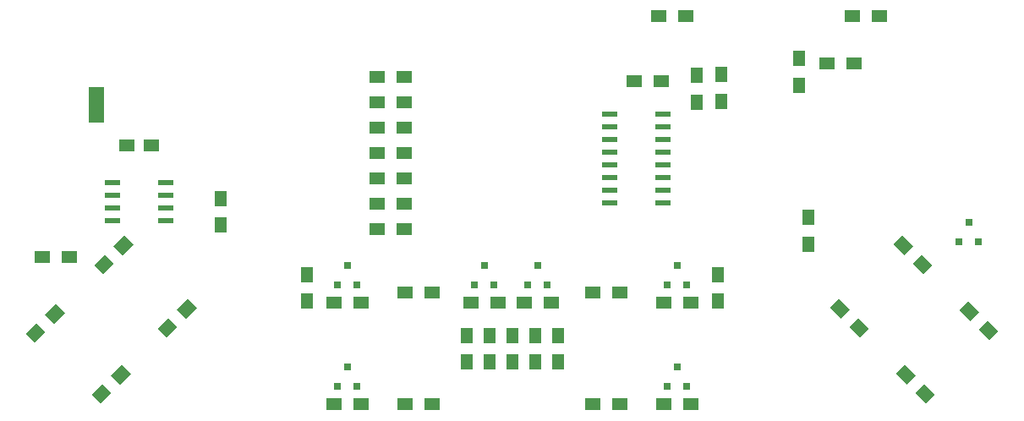
<source format=gbr>
G04 #@! TF.FileFunction,Paste,Top*
%FSLAX46Y46*%
G04 Gerber Fmt 4.6, Leading zero omitted, Abs format (unit mm)*
G04 Created by KiCad (PCBNEW 4.0.6) date 10/20/17 11:23:05*
%MOMM*%
%LPD*%
G01*
G04 APERTURE LIST*
%ADD10C,0.300000*%
%ADD11R,0.800100X0.800100*%
%ADD12R,1.500000X0.600000*%
%ADD13R,1.550000X0.600000*%
%ADD14R,1.500000X1.300000*%
%ADD15R,1.300000X1.500000*%
%ADD16R,1.500000X1.250000*%
%ADD17R,1.524000X3.524000*%
G04 APERTURE END LIST*
D10*
G36*
X183983457Y-100574695D02*
X184902695Y-99655457D01*
X185963355Y-100716117D01*
X185044117Y-101635355D01*
X183983457Y-100574695D01*
X183983457Y-100574695D01*
G37*
G36*
X185892645Y-102483883D02*
X186811883Y-101564645D01*
X187872543Y-102625305D01*
X186953305Y-103544543D01*
X185892645Y-102483883D01*
X185892645Y-102483883D01*
G37*
D11*
X141798000Y-91678760D03*
X143698000Y-91678760D03*
X142748000Y-89679780D03*
D12*
X155288000Y-74549000D03*
X155288000Y-75819000D03*
X155288000Y-77089000D03*
X155288000Y-78359000D03*
X155288000Y-79629000D03*
X155288000Y-80899000D03*
X155288000Y-82169000D03*
X155288000Y-83439000D03*
X160688000Y-83439000D03*
X160688000Y-82169000D03*
X160688000Y-80899000D03*
X160688000Y-79629000D03*
X160688000Y-78359000D03*
X160688000Y-77089000D03*
X160688000Y-75819000D03*
X160688000Y-74549000D03*
D13*
X105504000Y-81407000D03*
X105504000Y-82677000D03*
X105504000Y-83947000D03*
X105504000Y-85217000D03*
X110904000Y-85217000D03*
X110904000Y-83947000D03*
X110904000Y-82677000D03*
X110904000Y-81407000D03*
D11*
X128082000Y-91678760D03*
X129982000Y-91678760D03*
X129032000Y-89679780D03*
D14*
X134794000Y-92456000D03*
X137494000Y-92456000D03*
D15*
X124968000Y-93298000D03*
X124968000Y-90598000D03*
X116332000Y-85678000D03*
X116332000Y-82978000D03*
X147828000Y-96694000D03*
X147828000Y-99394000D03*
X145542000Y-96694000D03*
X145542000Y-99394000D03*
X143256000Y-96694000D03*
X143256000Y-99394000D03*
X174300000Y-71650000D03*
X174300000Y-68950000D03*
D14*
X130382000Y-93472000D03*
X127682000Y-93472000D03*
X144098000Y-93472000D03*
X141398000Y-93472000D03*
X149432000Y-93472000D03*
X146732000Y-93472000D03*
X163402000Y-93472000D03*
X160702000Y-93472000D03*
X132000000Y-86106000D03*
X134700000Y-86106000D03*
X132000000Y-83566000D03*
X134700000Y-83566000D03*
X132000000Y-81026000D03*
X134700000Y-81026000D03*
X132000000Y-78486000D03*
X134700000Y-78486000D03*
X132000000Y-75946000D03*
X134700000Y-75946000D03*
X132000000Y-73406000D03*
X134700000Y-73406000D03*
X132000000Y-70866000D03*
X134700000Y-70866000D03*
X160500000Y-71250000D03*
X157800000Y-71250000D03*
D15*
X150114000Y-99394000D03*
X150114000Y-96694000D03*
X175200000Y-87600000D03*
X175200000Y-84900000D03*
D14*
X134794000Y-103632000D03*
X137494000Y-103632000D03*
X160702000Y-103632000D03*
X163402000Y-103632000D03*
X130382000Y-103632000D03*
X127682000Y-103632000D03*
D15*
X166116000Y-93298000D03*
X166116000Y-90598000D03*
D16*
X106954000Y-77724000D03*
X109454000Y-77724000D03*
D17*
X103886000Y-73660000D03*
D10*
G36*
X183729457Y-87620695D02*
X184648695Y-86701457D01*
X185709355Y-87762117D01*
X184790117Y-88681355D01*
X183729457Y-87620695D01*
X183729457Y-87620695D01*
G37*
G36*
X185638645Y-89529883D02*
X186557883Y-88610645D01*
X187618543Y-89671305D01*
X186699305Y-90590543D01*
X185638645Y-89529883D01*
X185638645Y-89529883D01*
G37*
G36*
X99831305Y-93559457D02*
X100750543Y-94478695D01*
X99689883Y-95539355D01*
X98770645Y-94620117D01*
X99831305Y-93559457D01*
X99831305Y-93559457D01*
G37*
G36*
X97922117Y-95468645D02*
X98841355Y-96387883D01*
X97780695Y-97448543D01*
X96861457Y-96529305D01*
X97922117Y-95468645D01*
X97922117Y-95468645D01*
G37*
G36*
X177379457Y-93970695D02*
X178298695Y-93051457D01*
X179359355Y-94112117D01*
X178440117Y-95031355D01*
X177379457Y-93970695D01*
X177379457Y-93970695D01*
G37*
G36*
X179288645Y-95879883D02*
X180207883Y-94960645D01*
X181268543Y-96021305D01*
X180349305Y-96940543D01*
X179288645Y-95879883D01*
X179288645Y-95879883D01*
G37*
G36*
X106435305Y-99655457D02*
X107354543Y-100574695D01*
X106293883Y-101635355D01*
X105374645Y-100716117D01*
X106435305Y-99655457D01*
X106435305Y-99655457D01*
G37*
G36*
X104526117Y-101564645D02*
X105445355Y-102483883D01*
X104384695Y-103544543D01*
X103465457Y-102625305D01*
X104526117Y-101564645D01*
X104526117Y-101564645D01*
G37*
G36*
X190333457Y-94224695D02*
X191252695Y-93305457D01*
X192313355Y-94366117D01*
X191394117Y-95285355D01*
X190333457Y-94224695D01*
X190333457Y-94224695D01*
G37*
G36*
X192242645Y-96133883D02*
X193161883Y-95214645D01*
X194222543Y-96275305D01*
X193303305Y-97194543D01*
X192242645Y-96133883D01*
X192242645Y-96133883D01*
G37*
G36*
X113039305Y-93051457D02*
X113958543Y-93970695D01*
X112897883Y-95031355D01*
X111978645Y-94112117D01*
X113039305Y-93051457D01*
X113039305Y-93051457D01*
G37*
G36*
X111130117Y-94960645D02*
X112049355Y-95879883D01*
X110988695Y-96940543D01*
X110069457Y-96021305D01*
X111130117Y-94960645D01*
X111130117Y-94960645D01*
G37*
D14*
X153590000Y-92456000D03*
X156290000Y-92456000D03*
D10*
G36*
X106689305Y-86701457D02*
X107608543Y-87620695D01*
X106547883Y-88681355D01*
X105628645Y-87762117D01*
X106689305Y-86701457D01*
X106689305Y-86701457D01*
G37*
G36*
X104780117Y-88610645D02*
X105699355Y-89529883D01*
X104638695Y-90590543D01*
X103719457Y-89671305D01*
X104780117Y-88610645D01*
X104780117Y-88610645D01*
G37*
D11*
X161102000Y-101838760D03*
X163002000Y-101838760D03*
X162052000Y-99839780D03*
X128082000Y-101838760D03*
X129982000Y-101838760D03*
X129032000Y-99839780D03*
X190312000Y-87360760D03*
X192212000Y-87360760D03*
X191262000Y-85361780D03*
X161102000Y-91678760D03*
X163002000Y-91678760D03*
X162052000Y-89679780D03*
X147132000Y-91678760D03*
X149032000Y-91678760D03*
X148082000Y-89679780D03*
D14*
X153590000Y-103632000D03*
X156290000Y-103632000D03*
D15*
X140970000Y-99394000D03*
X140970000Y-96694000D03*
D14*
X98472000Y-88900000D03*
X101172000Y-88900000D03*
X182350000Y-64750000D03*
X179650000Y-64750000D03*
D15*
X164000000Y-73400000D03*
X164000000Y-70700000D03*
X166500000Y-73250000D03*
X166500000Y-70550000D03*
D14*
X177100000Y-69500000D03*
X179800000Y-69500000D03*
X160250000Y-64750000D03*
X162950000Y-64750000D03*
M02*

</source>
